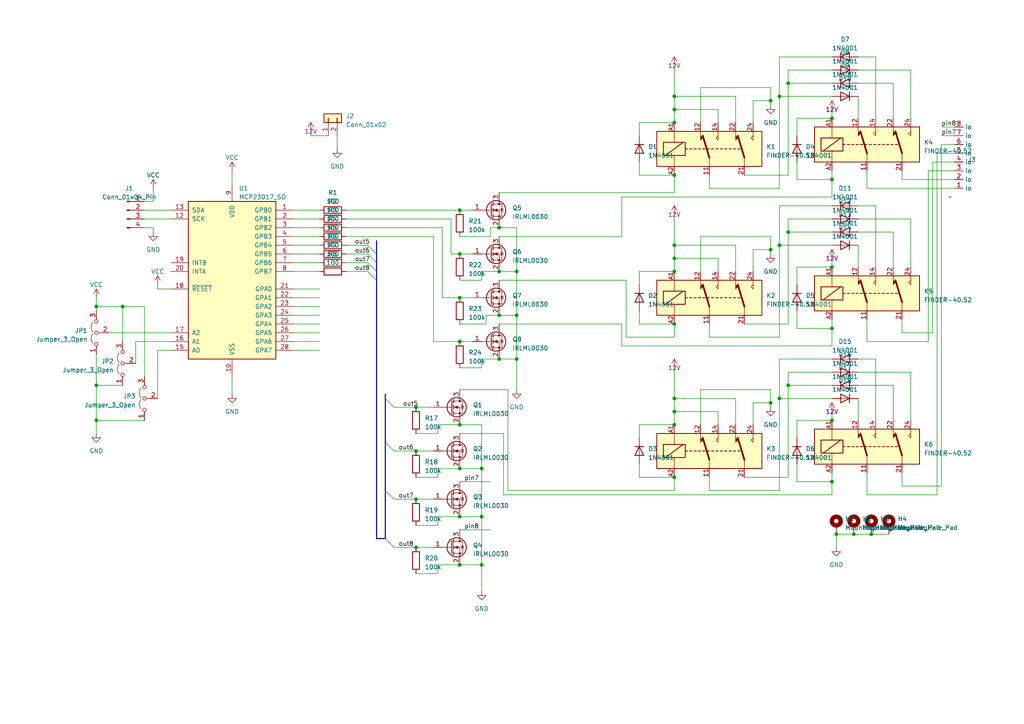
<source format=kicad_sch>
(kicad_sch (version 20230121) (generator eeschema)
  (paper "A4")
  (lib_symbols
    (symbol "Connector:Conn_01x04_Pin" (pin_names (offset 1.016) hide)
      (property "Reference" "J" (at 0 5.08 0))
      (property "Value" "Conn_01x04_Pin" (at 0 -7.62 0))
      (symbol "Conn_01x04_Pin_1_1"
        (pin passive line (at 5.08 2.54 180) (length 3.81) (name "Pin_1") (number "1"))
        (pin passive line (at 5.08 0 180) (length 3.81) (name "Pin_2") (number "2"))
        (pin passive line (at 5.08 -2.54 180) (length 3.81) (name "Pin_3") (number "3"))
        (pin passive line (at 5.08 -5.08 180) (length 3.81) (name "Pin_4") (number "4"))
      )
    )
    (symbol "Connector_Generic:Conn_01x02" (pin_names (offset 1.016) hide)
      (property "Reference" "J" (at 0 2.54 0))
      (property "Value" "Conn_01x02" (at 0 -5.08 0))
      (symbol "Conn_01x02_1_1"
        (pin passive line (at -5.08 0 0) (length 3.81) (name "Pin_1") (number "1"))
        (pin passive line (at -5.08 -2.54 0) (length 3.81) (name "Pin_2") (number "2"))
      )
    )
    (symbol "Device:R" (pin_numbers hide) (pin_names (offset 0))
      (property "Reference" "R" (at 2.032 0 90))
      (property "Value" "R" (at 0 0 90))
      (symbol "R_1_1"
        (pin passive line (at 0 3.81 270) (length 1.27) (name "~") (number "1"))
        (pin passive line (at 0 -3.81 90) (length 1.27) (name "~") (number "2"))
      )
    )
    (symbol "Diode:1N4001" (pin_numbers hide) (pin_names hide)
      (property "Reference" "D" (at 0 2.54 0))
      (property "Value" "1N4001" (at 0 -2.54 0))
      (symbol "1N4001_1_1"
        (pin passive line (at -3.81 0 0) (length 2.54) (name "K") (number "1"))
        (pin passive line (at 3.81 0 180) (length 2.54) (name "A") (number "2"))
      )
    )
    (symbol "Interface_Expansion:MCP23017_SO" (pin_names (offset 1.016))
      (property "Reference" "U" (at -11.43 24.13 0))
      (property "Value" "MCP23017_SO" (at 0 0 0))
      (symbol "MCP23017_SO_1_1"
        (pin bidirectional line (at 17.78 20.32 180) (length 5.08) (name "GPB0") (number "1"))
        (pin power_in line (at 0 -27.94 90) (length 5.08) (name "VSS") (number "10"))
        (pin no_connect line (at -12.7 15.24 0) (length 5.08) hide (name "NC") (number "11"))
        (pin input line (at -17.78 17.78 0) (length 5.08) (name "SCK") (number "12"))
        (pin bidirectional line (at -17.78 20.32 0) (length 5.08) (name "SDA") (number "13"))
        (pin no_connect line (at -12.7 12.7 0) (length 5.08) hide (name "NC") (number "14"))
        (pin input line (at -17.78 -20.32 0) (length 5.08) (name "A0") (number "15"))
        (pin input line (at -17.78 -17.78 0) (length 5.08) (name "A1") (number "16"))
        (pin input line (at -17.78 -15.24 0) (length 5.08) (name "A2") (number "17"))
        (pin input line (at -17.78 -2.54 0) (length 5.08) (name "~{RESET}") (number "18"))
        (pin tri_state line (at -17.78 5.08 0) (length 5.08) (name "INTB") (number "19"))
        (pin bidirectional line (at 17.78 17.78 180) (length 5.08) (name "GPB1") (number "2"))
        (pin tri_state line (at -17.78 2.54 0) (length 5.08) (name "INTA") (number "20"))
        (pin bidirectional line (at 17.78 -2.54 180) (length 5.08) (name "GPA0") (number "21"))
        (pin bidirectional line (at 17.78 -5.08 180) (length 5.08) (name "GPA1") (number "22"))
        (pin bidirectional line (at 17.78 -7.62 180) (length 5.08) (name "GPA2") (number "23"))
        (pin bidirectional line (at 17.78 -10.16 180) (length 5.08) (name "GPA3") (number "24"))
        (pin bidirectional line (at 17.78 -12.7 180) (length 5.08) (name "GPA4") (number "25"))
        (pin bidirectional line (at 17.78 -15.24 180) (length 5.08) (name "GPA5") (number "26"))
        (pin bidirectional line (at 17.78 -17.78 180) (length 5.08) (name "GPA6") (number "27"))
        (pin bidirectional line (at 17.78 -20.32 180) (length 5.08) (name "GPA7") (number "28"))
        (pin bidirectional line (at 17.78 15.24 180) (length 5.08) (name "GPB2") (number "3"))
        (pin bidirectional line (at 17.78 12.7 180) (length 5.08) (name "GPB3") (number "4"))
        (pin bidirectional line (at 17.78 10.16 180) (length 5.08) (name "GPB4") (number "5"))
        (pin bidirectional line (at 17.78 7.62 180) (length 5.08) (name "GPB5") (number "6"))
        (pin bidirectional line (at 17.78 5.08 180) (length 5.08) (name "GPB6") (number "7"))
        (pin bidirectional line (at 17.78 2.54 180) (length 5.08) (name "GPB7") (number "8"))
        (pin power_in line (at 0 27.94 270) (length 5.08) (name "VDD") (number "9"))
      )
    )
    (symbol "Jumper:Jumper_3_Open" (pin_names (offset 0) hide)
      (property "Reference" "JP" (at -2.54 -2.54 0))
      (property "Value" "Jumper_3_Open" (at 0 2.794 0))
      (symbol "Jumper_3_Open_1_1"
        (pin passive line (at -6.35 0 0) (length 2.54) (name "A") (number "1"))
        (pin passive line (at 0 -3.81 90) (length 2.54) (name "C") (number "2"))
        (pin passive line (at 6.35 0 180) (length 2.54) (name "B") (number "3"))
      )
    )
    (symbol "Mechanical:MountingHole_Pad" (pin_numbers hide) (pin_names (offset 1.016) hide)
      (property "Reference" "H" (at 0 6.35 0))
      (property "Value" "MountingHole_Pad" (at 0 4.445 0))
      (symbol "MountingHole_Pad_1_1"
        (pin input line (at 0 -2.54 90) (length 2.54) (name "1") (number "1"))
      )
    )
    (symbol "Relay:FINDER-40.52"
      (property "Reference" "K" (at 16.51 3.81 0))
      (property "Value" "FINDER-40.52" (at 16.51 1.27 0))
      (symbol "FINDER-40.52_1_1"
        (pin passive line (at 0 -7.62 90) (length 2.54) (name "~") (number "11"))
        (pin passive line (at -2.54 7.62 270) (length 2.54) (name "~") (number "12"))
        (pin passive line (at 2.54 7.62 270) (length 2.54) (name "~") (number "14"))
        (pin passive line (at 10.16 -7.62 90) (length 2.54) (name "~") (number "21"))
        (pin passive line (at 7.62 7.62 270) (length 2.54) (name "~") (number "22"))
        (pin passive line (at 12.7 7.62 270) (length 2.54) (name "~") (number "24"))
        (pin passive line (at -10.16 7.62 270) (length 2.54) (name "~") (number "A1"))
        (pin passive line (at -10.16 -7.62 90) (length 2.54) (name "~") (number "A2"))
      )
    )
    (symbol "Transistor_FET:IRLML0030" (pin_names hide)
      (property "Reference" "Q" (at 5.08 1.905 0))
      (property "Value" "IRLML0030" (at 5.08 0 0))
      (symbol "IRLML0030_1_1"
        (pin input line (at -5.08 0 0) (length 2.54) (name "G") (number "1"))
        (pin passive line (at 2.54 -5.08 90) (length 2.54) (name "S") (number "2"))
        (pin passive line (at 2.54 5.08 270) (length 2.54) (name "D") (number "3"))
      )
    )
    (symbol "parts_tma_1:AST041-8"
      (property "Reference" "J" (at 1.27 2.54 0))
      (symbol "AST041-8_1_1"
        (pin bidirectional line (at 0 0 180) (length 2.54) (name "io") (number "1"))
        (pin bidirectional line (at 0 -2.54 180) (length 2.54) (name "io") (number "2"))
        (pin bidirectional line (at 0 -5.08 180) (length 2.54) (name "io") (number "3"))
        (pin bidirectional line (at 0 -7.62 180) (length 2.54) (name "io") (number "4"))
        (pin bidirectional line (at 0 -10.16 180) (length 2.54) (name "io") (number "5"))
        (pin bidirectional line (at 0 -12.7 180) (length 2.54) (name "io") (number "6"))
        (pin bidirectional line (at 0 -15.24 180) (length 2.54) (name "io") (number "7"))
        (pin bidirectional line (at 0 -17.78 180) (length 2.54) (name "io") (number "8"))
      )
    )
    (symbol "power:GND" (power) (pin_names (offset 0))
      (property "Value" "GND" (at 0 -3.81 0))
      (symbol "GND_1_1"
        (pin power_in line (at 0 0 270) (length 0) hide (name "GND") (number "1"))
      )
    )
    (symbol "power:VCC" (power) (pin_names (offset 0))
      (property "Value" "VCC" (at 0 3.81 0))
      (symbol "VCC_1_1"
        (pin power_in line (at 0 0 90) (length 0) hide (name "VCC") (number "1"))
      )
    )
    (symbol "power:VCCQ" (power) (pin_names (offset 0))
      (property "Value" "VCCQ" (at 0 3.81 0))
      (symbol "VCCQ_1_1"
        (pin power_in line (at 0 0 90) (length 0) hide (name "VCCQ") (number "1"))
      )
    )
  )
  (junction (at 195.58 123.19))
  (junction (at 195.58 50.8))
  (junction (at 133.35 60.96))
  (junction (at 241.3 139.7))
  (junction (at 144.78 66.04))
  (junction (at 226.06 71.12))
  (junction (at 195.58 35.56))
  (junction (at 149.86 91.44))
  (junction (at 120.65 158.75))
  (junction (at 247.65 154.94))
  (junction (at 35.56 88.9))
  (junction (at 139.7 149.86))
  (junction (at 27.94 88.9))
  (junction (at 144.78 91.44))
  (junction (at 195.58 74.93))
  (junction (at 226.06 115.57))
  (junction (at 241.3 34.29))
  (junction (at 241.3 77.47))
  (junction (at 139.7 135.89))
  (junction (at 195.58 115.57))
  (junction (at 133.35 135.89))
  (junction (at 195.58 119.38))
  (junction (at 228.6 67.31))
  (junction (at 223.52 116.84))
  (junction (at 241.3 121.92))
  (junction (at 228.6 111.76))
  (junction (at 252.73 154.94))
  (junction (at 149.86 78.74))
  (junction (at 195.58 27.94))
  (junction (at 195.58 71.12))
  (junction (at 120.65 130.81))
  (junction (at 228.6 24.13))
  (junction (at 242.57 154.94))
  (junction (at 133.35 149.86))
  (junction (at 226.06 27.94))
  (junction (at 120.65 144.78))
  (junction (at 144.78 78.74))
  (junction (at 241.3 52.07))
  (junction (at 133.35 123.19))
  (junction (at 139.7 163.83))
  (junction (at 241.3 95.25))
  (junction (at 195.58 93.98))
  (junction (at 133.35 73.66))
  (junction (at 133.35 86.36))
  (junction (at 195.58 31.75))
  (junction (at 195.58 78.74))
  (junction (at 223.52 72.39))
  (junction (at 149.86 104.14))
  (junction (at 223.52 29.21))
  (junction (at 120.65 118.11))
  (junction (at 133.35 163.83))
  (junction (at 133.35 99.06))
  (junction (at 144.78 104.14))
  (junction (at 195.58 138.43))
  (junction (at 27.94 111.76))
  (junction (at 27.94 121.92))
  (bus_entry (at 111.76 156.21) (size 2.54 2.54))
  (bus_entry (at 106.68 73.66) (size 2.54 2.54))
  (bus_entry (at 111.76 142.24) (size 2.54 2.54))
  (bus_entry (at 111.76 115.57) (size 2.54 2.54))
  (bus_entry (at 106.68 76.2) (size 2.54 2.54))
  (bus_entry (at 106.68 71.12) (size 2.54 2.54))
  (bus_entry (at 106.68 78.74) (size 2.54 2.54))
  (bus_entry (at 111.76 128.27) (size 2.54 2.54))
  (wire (pts (xy 85.09 78.74) (xy 92.71 78.74)))
  (wire (pts (xy 241.3 63.5) (xy 228.6 63.5)))
  (wire (pts (xy 139.7 123.19) (xy 139.7 135.89)))
  (wire (pts (xy 228.6 63.5) (xy 228.6 67.31)))
  (wire (pts (xy 195.58 115.57) (xy 213.36 115.57)))
  (wire (pts (xy 27.94 102.87) (xy 27.94 111.76)))
  (wire (pts (xy 226.06 71.12) (xy 226.06 97.79)))
  (wire (pts (xy 44.45 54.61) (xy 44.45 58.42)))
  (wire (pts (xy 241.3 20.32) (xy 228.6 20.32)))
  (wire (pts (xy 231.14 46.99) (xy 231.14 52.07)))
  (wire (pts (xy 195.58 74.93) (xy 208.28 74.93)))
  (wire (pts (xy 259.08 111.76) (xy 248.92 111.76)))
  (wire (pts (xy 195.58 27.94) (xy 213.36 27.94)))
  (wire (pts (xy 228.6 111.76) (xy 228.6 138.43)))
  (wire (pts (xy 259.08 67.31) (xy 248.92 67.31)))
  (wire (pts (xy 203.2 68.58) (xy 223.52 68.58)))
  (bus (pts (xy 111.76 115.57) (xy 111.76 128.27)))
  (wire (pts (xy 254 104.14) (xy 254 121.92)))
  (wire (pts (xy 241.3 71.12) (xy 226.06 71.12)))
  (wire (pts (xy 241.3 92.71) (xy 241.3 95.25)))
  (wire (pts (xy 85.09 99.06) (xy 92.71 99.06)))
  (wire (pts (xy 31.75 96.52) (xy 49.53 96.52)))
  (wire (pts (xy 185.42 134.62) (xy 185.42 138.43)))
  (wire (pts (xy 241.3 119.38) (xy 241.3 121.92)))
  (wire (pts (xy 149.86 78.74) (xy 149.86 91.44)))
  (wire (pts (xy 248.92 63.5) (xy 264.16 63.5)))
  (wire (pts (xy 27.94 111.76) (xy 35.56 111.76)))
  (wire (pts (xy 120.65 118.11) (xy 125.73 118.11)))
  (wire (pts (xy 226.06 59.69) (xy 226.06 71.12)))
  (wire (pts (xy 231.14 90.17) (xy 231.14 95.25)))
  (wire (pts (xy 185.42 90.17) (xy 185.42 93.98)))
  (wire (pts (xy 271.78 44.45) (xy 271.78 143.51)))
  (wire (pts (xy 139.7 135.89) (xy 139.7 149.86)))
  (wire (pts (xy 139.7 149.86) (xy 133.35 149.86)))
  (wire (pts (xy 270.51 46.99) (xy 270.51 96.52)))
  (wire (pts (xy 205.74 97.79) (xy 226.06 97.79)))
  (wire (pts (xy 248.92 27.94) (xy 248.92 34.29)))
  (wire (pts (xy 120.65 138.43) (xy 127 138.43)))
  (wire (pts (xy 85.09 96.52) (xy 92.71 96.52)))
  (wire (pts (xy 241.3 143.51) (xy 241.3 139.7)))
  (wire (pts (xy 251.46 92.71) (xy 251.46 99.06)))
  (wire (pts (xy 195.58 19.05) (xy 195.58 27.94)))
  (wire (pts (xy 264.16 63.5) (xy 264.16 77.47)))
  (wire (pts (xy 241.3 16.51) (xy 226.06 16.51)))
  (wire (pts (xy 100.33 78.74) (xy 106.68 78.74)))
  (wire (pts (xy 85.09 83.82) (xy 92.71 83.82)))
  (wire (pts (xy 241.3 100.33) (xy 241.3 95.25)))
  (wire (pts (xy 27.94 121.92) (xy 41.91 121.92)))
  (wire (pts (xy 185.42 127) (xy 185.42 123.19)))
  (wire (pts (xy 231.14 77.47) (xy 241.3 77.47)))
  (wire (pts (xy 133.35 93.98) (xy 140.97 93.98)))
  (wire (pts (xy 195.58 106.68) (xy 195.58 115.57)))
  (wire (pts (xy 223.52 25.4) (xy 223.52 29.21)))
  (wire (pts (xy 139.7 163.83) (xy 139.7 149.86)))
  (wire (pts (xy 133.35 139.7) (xy 142.24 139.7)))
  (wire (pts (xy 276.86 46.99) (xy 270.51 46.99)))
  (wire (pts (xy 49.53 83.82) (xy 45.72 83.82)))
  (wire (pts (xy 127 123.19) (xy 133.35 123.19)))
  (wire (pts (xy 35.56 99.06) (xy 35.56 88.9)))
  (wire (pts (xy 139.7 104.14) (xy 144.78 104.14)))
  (wire (pts (xy 85.09 93.98) (xy 92.71 93.98)))
  (wire (pts (xy 218.44 116.84) (xy 223.52 116.84)))
  (wire (pts (xy 228.6 67.31) (xy 228.6 93.98)))
  (wire (pts (xy 114.3 144.78) (xy 120.65 144.78)))
  (wire (pts (xy 254 59.69) (xy 254 77.47)))
  (wire (pts (xy 133.35 113.03) (xy 147.32 113.03)))
  (wire (pts (xy 41.91 60.96) (xy 49.53 60.96)))
  (wire (pts (xy 127 149.86) (xy 133.35 149.86)))
  (wire (pts (xy 195.58 119.38) (xy 195.58 123.19)))
  (wire (pts (xy 90.17 39.37) (xy 90.17 38.1)))
  (wire (pts (xy 39.37 99.06) (xy 39.37 105.41)))
  (wire (pts (xy 127 152.4) (xy 127 149.86)))
  (wire (pts (xy 133.35 86.36) (xy 137.16 86.36)))
  (wire (pts (xy 261.62 140.97) (xy 273.05 140.97)))
  (wire (pts (xy 149.86 66.04) (xy 149.86 78.74)))
  (wire (pts (xy 49.53 101.6) (xy 45.72 101.6)))
  (wire (pts (xy 195.58 119.38) (xy 208.28 119.38)))
  (wire (pts (xy 100.33 63.5) (xy 130.81 63.5)))
  (wire (pts (xy 228.6 107.95) (xy 228.6 111.76)))
  (wire (pts (xy 185.42 78.74) (xy 195.58 78.74)))
  (wire (pts (xy 276.86 44.45) (xy 271.78 44.45)))
  (wire (pts (xy 144.78 93.98) (xy 180.34 93.98)))
  (wire (pts (xy 223.52 72.39) (xy 223.52 73.66)))
  (wire (pts (xy 248.92 104.14) (xy 254 104.14)))
  (wire (pts (xy 130.81 63.5) (xy 130.81 73.66)))
  (wire (pts (xy 251.46 54.61) (xy 276.86 54.61)))
  (wire (pts (xy 223.52 29.21) (xy 223.52 30.48)))
  (wire (pts (xy 208.28 74.93) (xy 208.28 78.74)))
  (wire (pts (xy 226.06 27.94) (xy 226.06 54.61)))
  (bus (pts (xy 109.22 73.66) (xy 109.22 76.2)))
  (wire (pts (xy 195.58 93.98) (xy 195.58 97.79)))
  (wire (pts (xy 241.3 74.93) (xy 241.3 77.47)))
  (wire (pts (xy 85.09 73.66) (xy 92.71 73.66)))
  (wire (pts (xy 44.45 66.04) (xy 44.45 67.31)))
  (wire (pts (xy 231.14 134.62) (xy 231.14 139.7)))
  (wire (pts (xy 45.72 101.6) (xy 45.72 115.57)))
  (wire (pts (xy 180.34 100.33) (xy 241.3 100.33)))
  (wire (pts (xy 149.86 91.44) (xy 149.86 104.14)))
  (wire (pts (xy 218.44 72.39) (xy 223.52 72.39)))
  (wire (pts (xy 213.36 71.12) (xy 213.36 78.74)))
  (wire (pts (xy 248.92 71.12) (xy 248.92 77.47)))
  (wire (pts (xy 144.78 66.04) (xy 149.86 66.04)))
  (wire (pts (xy 203.2 25.4) (xy 223.52 25.4)))
  (wire (pts (xy 242.57 154.94) (xy 242.57 158.75)))
  (wire (pts (xy 85.09 71.12) (xy 92.71 71.12)))
  (wire (pts (xy 261.62 49.53) (xy 261.62 52.07)))
  (wire (pts (xy 241.3 137.16) (xy 241.3 139.7)))
  (wire (pts (xy 133.35 68.58) (xy 142.24 68.58)))
  (wire (pts (xy 100.33 73.66) (xy 106.68 73.66)))
  (wire (pts (xy 241.3 31.75) (xy 241.3 34.29)))
  (wire (pts (xy 273.05 36.83) (xy 276.86 36.83)))
  (wire (pts (xy 269.24 49.53) (xy 276.86 49.53)))
  (wire (pts (xy 85.09 88.9) (xy 92.71 88.9)))
  (wire (pts (xy 41.91 88.9) (xy 35.56 88.9)))
  (wire (pts (xy 147.32 113.03) (xy 147.32 142.24)))
  (wire (pts (xy 85.09 66.04) (xy 92.71 66.04)))
  (wire (pts (xy 203.2 68.58) (xy 203.2 78.74)))
  (wire (pts (xy 273.05 39.37) (xy 276.86 39.37)))
  (wire (pts (xy 231.14 77.47) (xy 231.14 82.55)))
  (wire (pts (xy 27.94 86.36) (xy 27.94 88.9)))
  (wire (pts (xy 248.92 59.69) (xy 254 59.69)))
  (wire (pts (xy 248.92 20.32) (xy 264.16 20.32)))
  (wire (pts (xy 67.31 109.22) (xy 67.31 114.3)))
  (wire (pts (xy 114.3 158.75) (xy 120.65 158.75)))
  (wire (pts (xy 100.33 60.96) (xy 133.35 60.96)))
  (wire (pts (xy 252.73 154.94) (xy 257.81 154.94)))
  (wire (pts (xy 241.3 67.31) (xy 228.6 67.31)))
  (wire (pts (xy 218.44 29.21) (xy 218.44 35.56)))
  (wire (pts (xy 144.78 104.14) (xy 149.86 104.14)))
  (wire (pts (xy 85.09 76.2) (xy 92.71 76.2)))
  (wire (pts (xy 223.52 113.03) (xy 223.52 116.84)))
  (wire (pts (xy 273.05 41.91) (xy 276.86 41.91)))
  (wire (pts (xy 185.42 123.19) (xy 195.58 123.19)))
  (wire (pts (xy 133.35 106.68) (xy 139.7 106.68)))
  (wire (pts (xy 251.46 49.53) (xy 251.46 54.61)))
  (wire (pts (xy 241.3 104.14) (xy 226.06 104.14)))
  (wire (pts (xy 100.33 68.58) (xy 125.73 68.58)))
  (wire (pts (xy 195.58 115.57) (xy 195.58 119.38)))
  (wire (pts (xy 120.65 130.81) (xy 125.73 130.81)))
  (wire (pts (xy 127 125.73) (xy 127 123.19)))
  (wire (pts (xy 241.3 111.76) (xy 228.6 111.76)))
  (wire (pts (xy 27.94 121.92) (xy 27.94 125.73)))
  (wire (pts (xy 259.08 111.76) (xy 259.08 121.92)))
  (wire (pts (xy 251.46 99.06) (xy 269.24 99.06)))
  (wire (pts (xy 195.58 71.12) (xy 195.58 74.93)))
  (wire (pts (xy 208.28 31.75) (xy 208.28 35.56)))
  (wire (pts (xy 180.34 57.15) (xy 241.3 57.15)))
  (wire (pts (xy 133.35 73.66) (xy 137.16 73.66)))
  (wire (pts (xy 100.33 76.2) (xy 106.68 76.2)))
  (wire (pts (xy 114.3 118.11) (xy 120.65 118.11)))
  (wire (pts (xy 223.52 116.84) (xy 223.52 118.11)))
  (wire (pts (xy 185.42 35.56) (xy 195.58 35.56)))
  (wire (pts (xy 248.92 16.51) (xy 254 16.51)))
  (wire (pts (xy 205.74 50.8) (xy 205.74 54.61)))
  (wire (pts (xy 85.09 63.5) (xy 92.71 63.5)))
  (wire (pts (xy 213.36 115.57) (xy 213.36 123.19)))
  (wire (pts (xy 241.3 57.15) (xy 241.3 52.07)))
  (wire (pts (xy 185.42 50.8) (xy 195.58 50.8)))
  (wire (pts (xy 27.94 88.9) (xy 35.56 88.9)))
  (wire (pts (xy 125.73 99.06) (xy 133.35 99.06)))
  (bus (pts (xy 109.22 69.85) (xy 109.22 73.66)))
  (wire (pts (xy 147.32 142.24) (xy 195.58 142.24)))
  (wire (pts (xy 185.42 39.37) (xy 185.42 35.56)))
  (wire (pts (xy 264.16 20.32) (xy 264.16 34.29)))
  (wire (pts (xy 231.14 34.29) (xy 241.3 34.29)))
  (wire (pts (xy 203.2 113.03) (xy 223.52 113.03)))
  (wire (pts (xy 133.35 125.73) (xy 146.05 125.73)))
  (wire (pts (xy 85.09 60.96) (xy 92.71 60.96)))
  (wire (pts (xy 195.58 138.43) (xy 195.58 142.24)))
  (wire (pts (xy 195.58 50.8) (xy 195.58 55.88)))
  (wire (pts (xy 195.58 27.94) (xy 195.58 31.75)))
  (wire (pts (xy 180.34 68.58) (xy 180.34 57.15)))
  (wire (pts (xy 142.24 66.04) (xy 144.78 66.04)))
  (wire (pts (xy 180.34 93.98) (xy 180.34 100.33)))
  (wire (pts (xy 41.91 109.22) (xy 41.91 88.9)))
  (wire (pts (xy 146.05 125.73) (xy 146.05 143.51)))
  (wire (pts (xy 215.9 93.98) (xy 228.6 93.98)))
  (wire (pts (xy 195.58 74.93) (xy 195.58 78.74)))
  (wire (pts (xy 213.36 27.94) (xy 213.36 35.56)))
  (wire (pts (xy 133.35 60.96) (xy 137.16 60.96)))
  (wire (pts (xy 149.86 104.14) (xy 149.86 113.03)))
  (wire (pts (xy 85.09 86.36) (xy 92.71 86.36)))
  (bus (pts (xy 111.76 114.3) (xy 111.76 115.57)))
  (wire (pts (xy 133.35 123.19) (xy 139.7 123.19)))
  (wire (pts (xy 142.24 68.58) (xy 142.24 66.04)))
  (wire (pts (xy 127 163.83) (xy 133.35 163.83)))
  (wire (pts (xy 241.3 52.07) (xy 231.14 52.07)))
  (wire (pts (xy 140.97 91.44) (xy 144.78 91.44)))
  (wire (pts (xy 41.91 63.5) (xy 49.53 63.5)))
  (wire (pts (xy 27.94 111.76) (xy 27.94 121.92)))
  (bus (pts (xy 111.76 142.24) (xy 111.76 156.21)))
  (wire (pts (xy 185.42 138.43) (xy 195.58 138.43)))
  (wire (pts (xy 100.33 71.12) (xy 106.68 71.12)))
  (wire (pts (xy 205.74 138.43) (xy 205.74 142.24)))
  (wire (pts (xy 223.52 68.58) (xy 223.52 72.39)))
  (wire (pts (xy 139.7 171.45) (xy 139.7 163.83)))
  (wire (pts (xy 226.06 115.57) (xy 226.06 142.24)))
  (wire (pts (xy 203.2 25.4) (xy 203.2 35.56)))
  (wire (pts (xy 120.65 158.75) (xy 125.73 158.75)))
  (wire (pts (xy 195.58 62.23) (xy 195.58 71.12)))
  (wire (pts (xy 215.9 50.8) (xy 228.6 50.8)))
  (wire (pts (xy 95.25 39.37) (xy 90.17 39.37)))
  (wire (pts (xy 271.78 143.51) (xy 251.46 143.51)))
  (wire (pts (xy 139.7 163.83) (xy 133.35 163.83)))
  (wire (pts (xy 41.91 66.04) (xy 44.45 66.04)))
  (wire (pts (xy 259.08 67.31) (xy 259.08 77.47)))
  (wire (pts (xy 45.72 82.55) (xy 45.72 83.82)))
  (wire (pts (xy 128.27 86.36) (xy 133.35 86.36)))
  (wire (pts (xy 261.62 137.16) (xy 261.62 140.97)))
  (wire (pts (xy 228.6 20.32) (xy 228.6 24.13)))
  (wire (pts (xy 180.34 68.58) (xy 144.78 68.58)))
  (wire (pts (xy 144.78 91.44) (xy 149.86 91.44)))
  (wire (pts (xy 241.3 24.13) (xy 228.6 24.13)))
  (wire (pts (xy 261.62 92.71) (xy 261.62 96.52)))
  (wire (pts (xy 127 138.43) (xy 127 135.89)))
  (wire (pts (xy 27.94 88.9) (xy 27.94 90.17)))
  (wire (pts (xy 120.65 144.78) (xy 125.73 144.78)))
  (wire (pts (xy 242.57 154.94) (xy 247.65 154.94)))
  (wire (pts (xy 241.3 95.25) (xy 231.14 95.25)))
  (wire (pts (xy 203.2 113.03) (xy 203.2 123.19)))
  (wire (pts (xy 133.35 153.67) (xy 142.24 153.67)))
  (wire (pts (xy 231.14 34.29) (xy 231.14 39.37)))
  (wire (pts (xy 259.08 24.13) (xy 259.08 34.29)))
  (wire (pts (xy 215.9 138.43) (xy 228.6 138.43)))
  (wire (pts (xy 144.78 78.74) (xy 149.86 78.74)))
  (wire (pts (xy 85.09 101.6) (xy 92.71 101.6)))
  (wire (pts (xy 133.35 135.89) (xy 139.7 135.89)))
  (wire (pts (xy 49.53 99.06) (xy 39.37 99.06)))
  (wire (pts (xy 85.09 68.58) (xy 92.71 68.58)))
  (wire (pts (xy 208.28 119.38) (xy 208.28 123.19)))
  (wire (pts (xy 146.05 143.51) (xy 241.3 143.51)))
  (wire (pts (xy 228.6 24.13) (xy 228.6 50.8)))
  (wire (pts (xy 254 16.51) (xy 254 34.29)))
  (wire (pts (xy 120.65 166.37) (xy 127 166.37)))
  (wire (pts (xy 205.74 142.24) (xy 226.06 142.24)))
  (wire (pts (xy 259.08 24.13) (xy 248.92 24.13)))
  (wire (pts (xy 195.58 31.75) (xy 195.58 35.56)))
  (wire (pts (xy 241.3 59.69) (xy 226.06 59.69)))
  (wire (pts (xy 127 166.37) (xy 127 163.83)))
  (bus (pts (xy 109.22 156.21) (xy 111.76 156.21)))
  (bus (pts (xy 109.22 81.28) (xy 109.22 156.21)))
  (bus (pts (xy 109.22 78.74) (xy 109.22 81.28)))
  (wire (pts (xy 231.14 121.92) (xy 231.14 127)))
  (wire (pts (xy 205.74 93.98) (xy 205.74 97.79)))
  (wire (pts (xy 185.42 93.98) (xy 195.58 93.98)))
  (wire (pts (xy 120.65 152.4) (xy 127 152.4)))
  (wire (pts (xy 67.31 49.53) (xy 67.31 53.34)))
  (wire (pts (xy 181.61 81.28) (xy 181.61 97.79)))
  (wire (pts (xy 114.3 130.81) (xy 120.65 130.81)))
  (wire (pts (xy 127 135.89) (xy 133.35 135.89)))
  (wire (pts (xy 41.91 58.42) (xy 44.45 58.42)))
  (bus (pts (xy 109.22 76.2) (xy 109.22 78.74)))
  (wire (pts (xy 100.33 66.04) (xy 128.27 66.04)))
  (wire (pts (xy 251.46 137.16) (xy 251.46 143.51)))
  (wire (pts (xy 226.06 16.51) (xy 226.06 27.94)))
  (wire (pts (xy 139.7 78.74) (xy 144.78 78.74)))
  (wire (pts (xy 120.65 125.73) (xy 127 125.73)))
  (wire (pts (xy 241.3 139.7) (xy 231.14 139.7)))
  (wire (pts (xy 130.81 73.66) (xy 133.35 73.66)))
  (wire (pts (xy 218.44 29.21) (xy 223.52 29.21)))
  (wire (pts (xy 241.3 49.53) (xy 241.3 52.07)))
  (wire (pts (xy 181.61 97.79) (xy 195.58 97.79)))
  (wire (pts (xy 226.06 104.14) (xy 226.06 115.57)))
  (wire (pts (xy 139.7 81.28) (xy 139.7 78.74)))
  (wire (pts (xy 205.74 54.61) (xy 226.06 54.61)))
  (bus (pts (xy 111.76 128.27) (xy 111.76 142.24)))
  (wire (pts (xy 195.58 71.12) (xy 213.36 71.12)))
  (wire (pts (xy 195.58 55.88) (xy 144.78 55.88)))
  (wire (pts (xy 133.35 99.06) (xy 137.16 99.06)))
  (wire (pts (xy 139.7 106.68) (xy 139.7 104.14)))
  (wire (pts (xy 195.58 31.75) (xy 208.28 31.75)))
  (wire (pts (xy 128.27 66.04) (xy 128.27 86.36)))
  (wire (pts (xy 241.3 107.95) (xy 228.6 107.95)))
  (wire (pts (xy 97.79 39.37) (xy 97.79 43.18)))
  (wire (pts (xy 218.44 116.84) (xy 218.44 123.19)))
  (wire (pts (xy 248.92 107.95) (xy 264.16 107.95)))
  (wire (pts (xy 85.09 91.44) (xy 92.71 91.44)))
  (wire (pts (xy 231.14 121.92) (xy 241.3 121.92)))
  (wire (pts (xy 241.3 27.94) (xy 226.06 27.94)))
  (wire (pts (xy 264.16 107.95) (xy 264.16 121.92)))
  (wire (pts (xy 269.24 99.06) (xy 269.24 49.53)))
  (wire (pts (xy 248.92 115.57) (xy 248.92 121.92)))
  (wire (pts (xy 144.78 81.28) (xy 181.61 81.28)))
  (wire (pts (xy 241.3 115.57) (xy 226.06 115.57)))
  (wire (pts (xy 140.97 93.98) (xy 140.97 91.44)))
  (wire (pts (xy 133.35 81.28) (xy 139.7 81.28)))
  (wire (pts (xy 218.44 72.39) (xy 218.44 78.74)))
  (wire (pts (xy 270.51 96.52) (xy 261.62 96.52)))
  (wire (pts (xy 273.05 140.97) (xy 273.05 41.91)))
  (wire (pts (xy 185.42 46.99) (xy 185.42 50.8)))
  (wire (pts (xy 185.42 82.55) (xy 185.42 78.74)))
  (wire (pts (xy 247.65 154.94) (xy 252.73 154.94)))
  (wire (pts (xy 261.62 52.07) (xy 276.86 52.07)))
  (wire (pts (xy 125.73 68.58) (xy 125.73 99.06)))
  (label "out5" (at 102.87 71.12 0))
  (label "out8" (at 115.57 158.75 0))
  (label "out6" (at 102.87 73.66 0))
  (label "out6" (at 115.57 130.81 0))
  (label "out5" (at 116.84 118.11 0))
  (label "out7" (at 102.87 76.2 0))
  (label "pin7" (at 134.62 139.7 0))
  (label "pin8" (at 273.05 36.83 0))
  (label "pin7" (at 273.05 39.37 0))
  (label "out7" (at 115.57 144.78 0))
  (label "pin8" (at 134.62 153.67 0))
  (label "out8" (at 102.87 78.74 0))
  (symbol (lib_id "Diode:1N4001") (at 245.11 59.69 0) (unit 1)
    (property "Reference" "D11" (at 245.11 54.61 0))
    (property "Value" "1N4001" (at 245.11 57.15 0))
    (property "Footprint" "Diode_THT:D_DO-41_SOD81_P10.16mm_Horizontal" (effects hide))
    (property "Datasheet" "http://www.vishay.com/docs/88503/1n4001.pdf" (effects hide))
    (property "Sim.Device" "D" (effects hide))
    (property "Sim.Pins" "1=K 2=A" (effects hide))
  )
  (symbol (lib_id "Transistor_FET:IRLML0030") (at 130.81 144.78 0) (unit 1)
    (property "Reference" "Q3" (at 137.16 144.145 0) (effects (justify left)))
    (property "Value" "IRLML0030" (at 137.16 146.685 0) (effects (justify left)))
    (property "Footprint" "Package_TO_SOT_SMD:SOT-23" (effects hide))
    (property "Datasheet" "https://www.infineon.com/dgdl/irlml0030pbf.pdf?fileId=5546d462533600a401535664773825df" (effects hide))
  )
  (symbol (lib_id "Diode:1N4001") (at 245.11 16.51 0) (unit 1)
    (property "Reference" "D7" (at 245.11 11.43 0))
    (property "Value" "1N4001" (at 245.11 13.97 0))
    (property "Footprint" "Diode_THT:D_DO-41_SOD81_P10.16mm_Horizontal" (effects hide))
    (property "Datasheet" "http://www.vishay.com/docs/88503/1n4001.pdf" (effects hide))
    (property "Sim.Device" "D" (effects hide))
    (property "Sim.Pins" "1=K 2=A" (effects hide))
  )
  (symbol (lib_id "power:VCCQ") (at 195.58 62.23 0) (unit 1)
    (property "Reference" "#PWR013" (effects hide))
    (property "Value" "VCCQ" (effects hide))
    (property "U" "12V" (at 195.58 62.23 0))
  )
  (symbol (lib_id "power:VCC") (at 67.31 49.53 0) (unit 1)
    (property "Reference" "#PWR06" (effects hide))
    (property "Value" "VCC" (at 67.31 45.72 0))
  )
  (symbol (lib_id "power:GND") (at 223.52 30.48 0) (unit 1)
    (property "Reference" "#PWR015" (effects hide))
    (property "Value" "GND" (at 223.52 35.56 0))
  )
  (symbol (lib_id "Device:R") (at 96.52 68.58 90) (unit 1)
    (property "Reference" "R4" (at 96.52 63.5 90))
    (property "Value" "100" (at 96.52 66.04 90))
    (property "Footprint" "Resistor_SMD:R_1206_3216Metric_Pad1.30x1.75mm_HandSolder" (effects hide))
  )
  (symbol (lib_id "Relay:FINDER-40.52") (at 205.74 43.18 0) (unit 1)
    (property "Reference" "K1" (at 222.25 42.545 0) (effects (justify left)))
    (property "Value" "FINDER-40.52" (at 222.25 45.085 0) (effects (justify left)))
    (property "Footprint" "Relay_THT:Relay_DPDT_Finder_40.52" (effects hide))
    (property "Datasheet" "http://gfinder.findernet.com/assets/Series/353/S40EN.pdf" (effects hide))
  )
  (symbol (lib_id "power:GND") (at 27.94 125.73 0) (unit 1)
    (property "Reference" "#PWR02" (effects hide))
    (property "Value" "GND" (at 27.94 130.81 0))
  )
  (symbol (lib_id "Relay:FINDER-40.52") (at 205.74 130.81 0) (unit 1)
    (property "Reference" "K3" (at 222.25 130.175 0) (effects (justify left)))
    (property "Value" "FINDER-40.52" (at 222.25 132.715 0) (effects (justify left)))
    (property "Footprint" "Relay_THT:Relay_DPDT_Finder_40.52" (effects hide))
    (property "Datasheet" "http://gfinder.findernet.com/assets/Series/353/S40EN.pdf" (effects hide))
  )
  (symbol (lib_id "Device:R") (at 133.35 90.17 180) (unit 1)
    (property "Reference" "R23" (at 135.89 89.535 0) (effects (justify right)))
    (property "Value" "100k" (at 135.89 92.075 0) (effects (justify right)))
    (property "Footprint" "Resistor_SMD:R_1206_3216Metric_Pad1.30x1.75mm_HandSolder" (effects hide))
  )
  (symbol (lib_id "Device:R") (at 133.35 64.77 180) (unit 1)
    (property "Reference" "R21" (at 135.89 64.135 0) (effects (justify right)))
    (property "Value" "100k" (at 135.89 66.675 0) (effects (justify right)))
    (property "Footprint" "Resistor_SMD:R_1206_3216Metric_Pad1.30x1.75mm_HandSolder" (effects hide))
  )
  (symbol (lib_id "Transistor_FET:IRLML0030") (at 142.24 86.36 0) (unit 1)
    (property "Reference" "Q7" (at 148.59 85.725 0) (effects (justify left)))
    (property "Value" "IRLML0030" (at 148.59 88.265 0) (effects (justify left)))
    (property "Footprint" "Package_TO_SOT_SMD:SOT-23" (effects hide))
    (property "Datasheet" "https://www.infineon.com/dgdl/irlml0030pbf.pdf?fileId=5546d462533600a401535664773825df" (effects hide))
  )
  (symbol (lib_id "power:GND") (at 139.7 171.45 0) (unit 1)
    (property "Reference" "#PWR010" (effects hide))
    (property "Value" "GND" (at 139.7 176.53 0))
  )
  (symbol (lib_id "power:GND") (at 97.79 43.18 0) (unit 1)
    (property "Reference" "#PWR09" (effects hide))
    (property "Value" "GND" (at 97.79 48.26 0))
  )
  (symbol (lib_id "Diode:1N4001") (at 185.42 86.36 270) (unit 1)
    (property "Reference" "D2" (at 187.96 85.725 90) (effects (justify left)))
    (property "Value" "1N4001" (at 187.96 88.265 90) (effects (justify left)))
    (property "Footprint" "Diode_THT:D_DO-41_SOD81_P10.16mm_Horizontal" (effects hide))
    (property "Datasheet" "http://www.vishay.com/docs/88503/1n4001.pdf" (effects hide))
    (property "Sim.Device" "D" (effects hide))
    (property "Sim.Pins" "1=K 2=A" (effects hide))
  )
  (symbol (lib_id "Transistor_FET:IRLML0030") (at 142.24 73.66 0) (unit 1)
    (property "Reference" "Q6" (at 148.59 73.025 0) (effects (justify left)))
    (property "Value" "IRLML0030" (at 148.59 75.565 0) (effects (justify left)))
    (property "Footprint" "Package_TO_SOT_SMD:SOT-23" (effects hide))
    (property "Datasheet" "https://www.infineon.com/dgdl/irlml0030pbf.pdf?fileId=5546d462533600a401535664773825df" (effects hide))
  )
  (symbol (lib_id "Diode:1N4001") (at 245.11 20.32 180) (unit 1)
    (property "Reference" "D8" (at 245.11 15.24 0))
    (property "Value" "1N4001" (at 245.11 17.78 0))
    (property "Footprint" "Diode_THT:D_DO-41_SOD81_P10.16mm_Horizontal" (effects hide))
    (property "Datasheet" "http://www.vishay.com/docs/88503/1n4001.pdf" (effects hide))
    (property "Sim.Device" "D" (effects hide))
    (property "Sim.Pins" "1=K 2=A" (effects hide))
  )
  (symbol (lib_id "power:GND") (at 223.52 73.66 0) (unit 1)
    (property "Reference" "#PWR016" (effects hide))
    (property "Value" "GND" (at 223.52 78.74 0))
  )
  (symbol (lib_id "Diode:1N4001") (at 245.11 107.95 180) (unit 1)
    (property "Reference" "D16" (at 245.11 102.87 0))
    (property "Value" "1N4001" (at 245.11 105.41 0))
    (property "Footprint" "Diode_THT:D_DO-41_SOD81_P10.16mm_Horizontal" (effects hide))
    (property "Datasheet" "http://www.vishay.com/docs/88503/1n4001.pdf" (effects hide))
    (property "Sim.Device" "D" (effects hide))
    (property "Sim.Pins" "1=K 2=A" (effects hide))
  )
  (symbol (lib_id "Connector:Conn_01x04_Pin") (at 36.83 60.96 0) (unit 1)
    (property "Reference" "J1" (at 37.465 54.61 0))
    (property "Value" "Conn_01x04_Pin" (at 37.465 57.15 0))
    (property "Footprint" "Connector_PinHeader_2.54mm:PinHeader_1x04_P2.54mm_Vertical" (effects hide))
  )
  (symbol (lib_id "power:VCCQ") (at 241.3 31.75 0) (unit 1)
    (property "Reference" "#PWR018" (effects hide))
    (property "Value" "VCCQ" (effects hide))
    (property "U" "12V" (at 241.3 31.75 0))
  )
  (symbol (lib_id "Mechanical:MountingHole_Pad") (at 252.73 152.4 0) (unit 1)
    (property "Reference" "H3" (at 255.27 150.495 0) (effects (justify left)))
    (property "Value" "MountingHole_Pad" (at 255.27 153.035 0) (effects (justify left)))
    (property "Footprint" "MountingHole:MountingHole_3.2mm_M3_ISO7380_Pad_TopBottom" (effects hide))
  )
  (symbol (lib_id "Diode:1N4001") (at 245.11 104.14 0) (unit 1)
    (property "Reference" "D15" (at 245.11 99.06 0))
    (property "Value" "1N4001" (at 245.11 101.6 0))
    (property "Footprint" "Diode_THT:D_DO-41_SOD81_P10.16mm_Horizontal" (effects hide))
    (property "Datasheet" "http://www.vishay.com/docs/88503/1n4001.pdf" (effects hide))
    (property "Sim.Device" "D" (effects hide))
    (property "Sim.Pins" "1=K 2=A" (effects hide))
  )
  (symbol (lib_id "power:VCCQ") (at 241.3 119.38 0) (unit 1)
    (property "Reference" "#PWR020" (effects hide))
    (property "Value" "VCCQ" (effects hide))
    (property "U" "12V" (at 241.3 119.38 0))
  )
  (symbol (lib_id "power:GND") (at 149.86 113.03 0) (unit 1)
    (property "Reference" "#PWR011" (effects hide))
    (property "Value" "GND" (at 149.86 118.11 0))
  )
  (symbol (lib_id "power:VCCQ") (at 195.58 19.05 0) (unit 1)
    (property "Reference" "#PWR012" (effects hide))
    (property "Value" "VCCQ" (effects hide))
    (property "U" "12V" (at 195.58 19.05 0))
  )
  (symbol (lib_id "Device:R") (at 133.35 102.87 180) (unit 1)
    (property "Reference" "R24" (at 135.89 102.235 0) (effects (justify right)))
    (property "Value" "100k" (at 135.89 104.775 0) (effects (justify right)))
    (property "Footprint" "Resistor_SMD:R_1206_3216Metric_Pad1.30x1.75mm_HandSolder" (effects hide))
  )
  (symbol (lib_id "Device:R") (at 96.52 73.66 90) (unit 1)
    (property "Reference" "R6" (at 96.52 68.58 90))
    (property "Value" "100" (at 96.52 71.12 90))
    (property "Footprint" "Resistor_SMD:R_1206_3216Metric_Pad1.30x1.75mm_HandSolder" (effects hide))
  )
  (symbol (lib_id "power:GND") (at 44.45 67.31 0) (unit 1)
    (property "Reference" "#PWR04" (effects hide))
    (property "Value" "GND" (at 44.45 72.39 0))
  )
  (symbol (lib_id "Diode:1N4001") (at 245.11 24.13 0) (unit 1)
    (property "Reference" "D9" (at 245.11 19.05 0))
    (property "Value" "1N4001" (at 245.11 21.59 0))
    (property "Footprint" "Diode_THT:D_DO-41_SOD81_P10.16mm_Horizontal" (effects hide))
    (property "Datasheet" "http://www.vishay.com/docs/88503/1n4001.pdf" (effects hide))
    (property "Sim.Device" "D" (effects hide))
    (property "Sim.Pins" "1=K 2=A" (effects hide))
  )
  (symbol (lib_id "Diode:1N4001") (at 245.11 71.12 180) (unit 1)
    (property "Reference" "D14" (at 245.11 66.04 0))
    (property "Value" "1N4001" (at 245.11 68.58 0))
    (property "Footprint" "Diode_THT:D_DO-41_SOD81_P10.16mm_Horizontal" (effects hide))
    (property "Datasheet" "http://www.vishay.com/docs/88503/1n4001.pdf" (effects hide))
    (property "Sim.Device" "D" (effects hide))
    (property "Sim.Pins" "1=K 2=A" (effects hide))
  )
  (symbol (lib_id "Mechanical:MountingHole_Pad") (at 257.81 152.4 0) (unit 1)
    (property "Reference" "H4" (at 260.35 150.495 0) (effects (justify left)))
    (property "Value" "MountingHole_Pad" (at 260.35 153.035 0) (effects (justify left)))
    (property "Footprint" "MountingHole:MountingHole_3.2mm_M3_ISO7380_Pad_TopBottom" (effects hide))
  )
  (symbol (lib_id "Diode:1N4001") (at 231.14 130.81 270) (unit 1)
    (property "Reference" "D6" (at 233.68 130.175 90) (effects (justify left)))
    (property "Value" "1N4001" (at 233.68 132.715 90) (effects (justify left)))
    (property "Footprint" "Diode_THT:D_DO-41_SOD81_P10.16mm_Horizontal" (effects hide))
    (property "Datasheet" "http://www.vishay.com/docs/88503/1n4001.pdf" (effects hide))
    (property "Sim.Device" "D" (effects hide))
    (property "Sim.Pins" "1=K 2=A" (effects hide))
  )
  (symbol (lib_id "Transistor_FET:IRLML0030") (at 130.81 158.75 0) (unit 1)
    (property "Reference" "Q4" (at 137.16 158.115 0) (effects (justify left)))
    (property "Value" "IRLML0030" (at 137.16 160.655 0) (effects (justify left)))
    (property "Footprint" "Package_TO_SOT_SMD:SOT-23" (effects hide))
    (property "Datasheet" "https://www.infineon.com/dgdl/irlml0030pbf.pdf?fileId=5546d462533600a401535664773825df" (effects hide))
  )
  (symbol (lib_id "parts_tma_1:AST041-8") (at 276.86 54.61 180) (unit 1)
    (property "Reference" "J3" (at 280.67 46.355 0) (effects (justify right)))
    (property "Value" "~" (at 275.59 57.15 0))
    (property "Footprint" "parts_tma_1:AST041-08" (effects hide))
  )
  (symbol (lib_id "power:GND") (at 223.52 118.11 0) (unit 1)
    (property "Reference" "#PWR017" (effects hide))
    (property "Value" "GND" (at 223.52 123.19 0))
  )
  (symbol (lib_id "Mechanical:MountingHole_Pad") (at 247.65 152.4 0) (unit 1)
    (property "Reference" "H2" (at 250.19 150.495 0) (effects (justify left)))
    (property "Value" "MountingHole_Pad" (at 250.19 153.035 0) (effects (justify left)))
    (property "Footprint" "MountingHole:MountingHole_3.2mm_M3_ISO7380_Pad_TopBottom" (effects hide))
  )
  (symbol (lib_id "Device:R") (at 96.52 63.5 90) (unit 1)
    (property "Reference" "R2" (at 96.52 58.42 90))
    (property "Value" "100" (at 96.52 60.96 90))
    (property "Footprint" "Resistor_SMD:R_1206_3216Metric_Pad1.30x1.75mm_HandSolder" (effects hide))
  )
  (symbol (lib_id "power:GND") (at 67.31 114.3 0) (unit 1)
    (property "Reference" "#PWR07" (effects hide))
    (property "Value" "GND" (at 67.31 119.38 0))
  )
  (symbol (lib_id "power:VCC") (at 27.94 86.36 0) (unit 1)
    (property "Reference" "#PWR01" (effects hide))
    (property "Value" "VCC" (at 27.94 82.55 0))
  )
  (symbol (lib_id "power:VCCQ") (at 241.3 74.93 0) (unit 1)
    (property "Reference" "#PWR019" (effects hide))
    (property "Value" "VCCQ" (effects hide))
    (property "U" "12V" (at 241.3 74.93 0))
  )
  (symbol (lib_id "Jumper:Jumper_3_Open") (at 41.91 115.57 90) (unit 1)
    (property "Reference" "JP3" (at 39.37 114.935 90) (effects (justify left)))
    (property "Value" "Jumper_3_Open" (at 39.37 117.475 90) (effects (justify left)))
    (property "Footprint" "Connector_PinHeader_2.54mm:PinHeader_1x03_P2.54mm_Vertical" (effects hide))
  )
  (symbol (lib_id "Transistor_FET:IRLML0030") (at 130.81 130.81 0) (unit 1)
    (property "Reference" "Q2" (at 137.16 130.175 0) (effects (justify left)))
    (property "Value" "IRLML0030" (at 137.16 132.715 0) (effects (justify left)))
    (property "Footprint" "Package_TO_SOT_SMD:SOT-23" (effects hide))
    (property "Datasheet" "https://www.infineon.com/dgdl/irlml0030pbf.pdf?fileId=5546d462533600a401535664773825df" (effects hide))
  )
  (symbol (lib_id "Diode:1N4001") (at 245.11 63.5 180) (unit 1)
    (property "Reference" "D12" (at 245.11 58.42 0))
    (property "Value" "1N4001" (at 245.11 60.96 0))
    (property "Footprint" "Diode_THT:D_DO-41_SOD81_P10.16mm_Horizontal" (effects hide))
    (property "Datasheet" "http://www.vishay.com/docs/88503/1n4001.pdf" (effects hide))
    (property "Sim.Device" "D" (effects hide))
    (property "Sim.Pins" "1=K 2=A" (effects hide))
  )
  (symbol (lib_id "Device:R") (at 120.65 134.62 180) (unit 1)
    (property "Reference" "R18" (at 123.19 133.985 0) (effects (justify right)))
    (property "Value" "100k" (at 123.19 136.525 0) (effects (justify right)))
    (property "Footprint" "Resistor_SMD:R_1206_3216Metric_Pad1.30x1.75mm_HandSolder" (effects hide))
  )
  (symbol (lib_id "Relay:FINDER-40.52") (at 251.46 41.91 0) (unit 1)
    (property "Reference" "K4" (at 267.97 41.275 0) (effects (justify left)))
    (property "Value" "FINDER-40.52" (at 267.97 43.815 0) (effects (justify left)))
    (property "Footprint" "Relay_THT:Relay_DPDT_Finder_40.52" (effects hide))
    (property "Datasheet" "http://gfinder.findernet.com/assets/Series/353/S40EN.pdf" (effects hide))
  )
  (symbol (lib_id "Diode:1N4001") (at 185.42 43.18 270) (unit 1)
    (property "Reference" "D1" (at 187.96 42.545 90) (effects (justify left)))
    (property "Value" "1N4001" (at 187.96 45.085 90) (effects (justify left)))
    (property "Footprint" "Diode_THT:D_DO-41_SOD81_P10.16mm_Horizontal" (effects hide))
    (property "Datasheet" "http://www.vishay.com/docs/88503/1n4001.pdf" (effects hide))
    (property "Sim.Device" "D" (effects hide))
    (property "Sim.Pins" "1=K 2=A" (effects hide))
  )
  (symbol (lib_id "Device:R") (at 96.52 66.04 90) (unit 1)
    (property "Reference" "R3" (at 96.52 60.96 90))
    (property "Value" "100" (at 96.52 63.5 90))
    (property "Footprint" "Resistor_SMD:R_1206_3216Metric_Pad1.30x1.75mm_HandSolder" (effects hide))
  )
  (symbol (lib_id "Transistor_FET:IRLML0030") (at 142.24 60.96 0) (unit 1)
    (property "Reference" "Q5" (at 148.59 60.325 0) (effects (justify left)))
    (property "Value" "IRLML0030" (at 148.59 62.865 0) (effects (justify left)))
    (property "Footprint" "Package_TO_SOT_SMD:SOT-23" (effects hide))
    (property "Datasheet" "https://www.infineon.com/dgdl/irlml0030pbf.pdf?fileId=5546d462533600a401535664773825df" (effects hide))
  )
  (symbol (lib_id "Diode:1N4001") (at 245.11 27.94 180) (unit 1)
    (property "Reference" "D10" (at 245.11 22.86 0))
    (property "Value" "1N4001" (at 245.11 25.4 0))
    (property "Footprint" "Diode_THT:D_DO-41_SOD81_P10.16mm_Horizontal" (effects hide))
    (property "Datasheet" "http://www.vishay.com/docs/88503/1n4001.pdf" (effects hide))
    (property "Sim.Device" "D" (effects hide))
    (property "Sim.Pins" "1=K 2=A" (effects hide))
  )
  (symbol (lib_id "Diode:1N4001") (at 245.11 67.31 0) (unit 1)
    (property "Reference" "D13" (at 245.11 62.23 0))
    (property "Value" "1N4001" (at 245.11 64.77 0))
    (property "Footprint" "Diode_THT:D_DO-41_SOD81_P10.16mm_Horizontal" (effects hide))
    (property "Datasheet" "http://www.vishay.com/docs/88503/1n4001.pdf" (effects hide))
    (property "Sim.Device" "D" (effects hide))
    (property "Sim.Pins" "1=K 2=A" (effects hide))
  )
  (symbol (lib_id "power:VCC") (at 44.45 54.61 0) (unit 1)
    (property "Reference" "#PWR03" (effects hide))
    (property "Value" "VCC" (at 44.45 50.8 0))
  )
  (symbol (lib_id "Transistor_FET:IRLML0030") (at 130.81 118.11 0) (unit 1)
    (property "Reference" "Q1" (at 137.16 117.475 0) (effects (justify left)))
    (property "Value" "IRLML0030" (at 137.16 120.015 0) (effects (justify left)))
    (property "Footprint" "Package_TO_SOT_SMD:SOT-23" (effects hide))
    (property "Datasheet" "https://www.infineon.com/dgdl/irlml0030pbf.pdf?fileId=5546d462533600a401535664773825df" (effects hide))
  )
  (symbol (lib_id "Diode:1N4001") (at 245.11 111.76 0) (unit 1)
    (property "Reference" "D17" (at 245.11 106.68 0))
    (property "Value" "1N4001" (at 245.11 109.22 0))
    (property "Footprint" "Diode_THT:D_DO-41_SOD81_P10.16mm_Horizontal" (effects hide))
    (property "Datasheet" "http://www.vishay.com/docs/88503/1n4001.pdf" (effects hide))
    (property "Sim.Device" "D" (effects hide))
    (property "Sim.Pins" "1=K 2=A" (effects hide))
  )
  (symbol (lib_id "Relay:FINDER-40.52") (at 251.46 129.54 0) (unit 1)
    (property "Reference" "K6" (at 267.97 128.905 0) (effects (justify left)))
    (property "Value" "FINDER-40.52" (at 267.97 131.445 0) (effects (justify left)))
    (property "Footprint" "Relay_THT:Relay_DPDT_Finder_40.52" (effects hide))
    (property "Datasheet" "http://gfinder.findernet.com/assets/Series/353/S40EN.pdf" (effects hide))
  )
  (symbol (lib_id "power:VCCQ") (at 195.58 106.68 0) (unit 1)
    (property "Reference" "#PWR014" (effects hide))
    (property "Value" "VCCQ" (effects hide))
    (property "U" "12V" (at 195.58 106.68 0))
  )
  (symbol (lib_id "power:VCC") (at 45.72 82.55 0) (unit 1)
    (property "Reference" "#PWR05" (effects hide))
    (property "Value" "VCC" (at 45.72 78.74 0))
  )
  (symbol (lib_id "Device:R") (at 96.52 60.96 90) (unit 1)
    (property "Reference" "R1" (at 96.52 55.88 90))
    (property "Value" "100" (at 96.52 58.42 90))
    (property "Footprint" "Resistor_SMD:R_1206_3216Metric_Pad1.30x1.75mm_HandSolder" (effects hide))
  )
  (symbol (lib_id "Relay:FINDER-40.52") (at 205.74 86.36 0) (unit 1)
    (property "Reference" "K2" (at 222.25 85.725 0) (effects (justify left)))
    (property "Value" "FINDER-40.52" (at 222.25 88.265 0) (effects (justify left)))
    (property "Footprint" "Relay_THT:Relay_DPDT_Finder_40.52" (effects hide))
    (property "Datasheet" "http://gfinder.findernet.com/assets/Series/353/S40EN.pdf" (effects hide))
  )
  (symbol (lib_id "Device:R") (at 96.52 76.2 90) (unit 1)
    (property "Reference" "R7" (at 96.52 71.12 90))
    (property "Value" "100" (at 96.52 73.66 90))
    (property "Footprint" "Resistor_SMD:R_1206_3216Metric_Pad1.30x1.75mm_HandSolder" (effects hide))
  )
  (symbol (lib_id "Device:R") (at 96.52 78.74 90) (unit 1)
    (property "Reference" "R8" (at 96.52 73.66 90))
    (property "Value" "100" (at 96.52 76.2 90))
    (property "Footprint" "Resistor_SMD:R_1206_3216Metric_Pad1.30x1.75mm_HandSolder" (effects hide))
  )
  (symbol (lib_id "Device:R") (at 120.65 148.59 180) (unit 1)
    (property "Reference" "R19" (at 123.19 147.955 0) (effects (justify right)))
    (property "Value" "100k" (at 123.19 150.495 0) (effects (justify right)))
    (property "Footprint" "Resistor_SMD:R_1206_3216Metric_Pad1.30x1.75mm_HandSolder" (effects hide))
  )
  (symbol (lib_id "power:VCCQ") (at 90.17 38.1 0) (unit 1)
    (property "Reference" "#PWR08" (effects hide))
    (property "Value" "VCCQ" (effects hide))
    (property "U" "12V" (at 90.17 38.1 0))
  )
  (symbol (lib_id "power:GND") (at 242.57 158.75 0) (unit 1)
    (property "Reference" "#PWR021" (effects hide))
    (property "Value" "GND" (at 242.57 163.83 0))
  )
  (symbol (lib_id "Interface_Expansion:MCP23017_SO") (at 67.31 81.28 0) (unit 1)
    (property "Reference" "U1" (at 69.2659 54.61 0) (effects (justify left)))
    (property "Value" "MCP23017_SO" (at 69.2659 57.15 0) (effects (justify left)))
    (property "Footprint" "Package_SO:SOIC-28W_7.5x17.9mm_P1.27mm" (effects hide))
    (property "Datasheet" "http://ww1.microchip.com/downloads/en/DeviceDoc/20001952C.pdf" (effects hide))
  )
  (symbol (lib_id "Transistor_FET:IRLML0030") (at 142.24 99.06 0) (unit 1)
    (property "Reference" "Q8" (at 148.59 98.425 0) (effects (justify left)))
    (property "Value" "IRLML0030" (at 148.59 100.965 0) (effects (justify left)))
    (property "Footprint" "Package_TO_SOT_SMD:SOT-23" (effects hide))
    (property "Datasheet" "https://www.infineon.com/dgdl/irlml0030pbf.pdf?fileId=5546d462533600a401535664773825df" (effects hide))
  )
  (symbol (lib_id "Device:R") (at 96.52 71.12 90) (unit 1)
    (property "Reference" "R5" (at 96.52 66.04 90))
    (property "Value" "100" (at 96.52 68.58 90))
    (property "Footprint" "Resistor_SMD:R_1206_3216Metric_Pad1.30x1.75mm_HandSolder" (effects hide))
  )
  (symbol (lib_id "Connector_Generic:Conn_01x02") (at 95.25 34.29 90) (unit 1)
    (property "Reference" "J2" (at 100.33 33.655 90) (effects (justify right)))
    (property "Value" "Conn_01x02" (at 100.33 36.195 90) (effects (justify right)))
    (property "Footprint" "Connector_PinHeader_2.54mm:PinHeader_1x02_P2.54mm_Vertical" (effects hide))
  )
  (symbol (lib_id "Device:R") (at 120.65 162.56 180) (unit 1)
    (property "Reference" "R20" (at 123.19 161.925 0) (effects (justify right)))
    (property "Value" "100k" (at 123.19 164.465 0) (effects (justify right)))
    (property "Footprint" "Resistor_SMD:R_1206_3216Metric_Pad1.30x1.75mm_HandSolder" (effects hide))
  )
  (symbol (lib_id "Jumper:Jumper_3_Open") (at 27.94 96.52 90) (unit 1)
    (property "Reference" "JP1" (at 25.4 95.885 90) (effects (justify left)))
    (property "Value" "Jumper_3_Open" (at 25.4 98.425 90) (effects (justify left)))
    (property "Footprint" "Connector_PinHeader_2.54mm:PinHeader_1x03_P2.54mm_Vertical" (effects hide))
  )
  (symbol (lib_id "Jumper:Jumper_3_Open") (at 35.56 105.41 90) (unit 1)
    (property "Reference" "JP2" (at 33.02 104.775 90) (effects (justify left)))
    (property "Value" "Jumper_3_Open" (at 33.02 107.315 90) (effects (justify left)))
    (property "Footprint" "Connector_PinHeader_2.54mm:PinHeader_1x03_P2.54mm_Vertical" (effects hide))
  )
  (symbol (lib_id "Device:R") (at 133.35 77.47 180) (unit 1)
    (property "Reference" "R22" (at 135.89 76.835 0) (effects (justify right)))
    (property "Value" "100k" (at 135.89 79.375 0) (effects (justify right)))
    (property "Footprint" "Resistor_SMD:R_1206_3216Metric_Pad1.30x1.75mm_HandSolder" (effects hide))
  )
  (symbol (lib_id "Diode:1N4001") (at 231.14 43.18 270) (unit 1)
    (property "Reference" "D4" (at 233.68 42.545 90) (effects (justify left)))
    (property "Value" "1N4001" (at 233.68 45.085 90) (effects (justify left)))
    (property "Footprint" "Diode_THT:D_DO-41_SOD81_P10.16mm_Horizontal" (effects hide))
    (property "Datasheet" "http://www.vishay.com/docs/88503/1n4001.pdf" (effects hide))
    (property "Sim.Device" "D" (effects hide))
    (property "Sim.Pins" "1=K 2=A" (effects hide))
  )
  (symbol (lib_id "Mechanical:MountingHole_Pad") (at 242.57 152.4 0) (unit 1)
    (property "Reference" "H1" (at 245.11 150.495 0) (effects (justify left)))
    (property "Value" "MountingHole_Pad" (at 245.11 153.035 0) (effects (justify left)))
    (property "Footprint" "MountingHole:MountingHole_3.2mm_M3_ISO7380_Pad_TopBottom" (effects hide))
  )
  (symbol (lib_id "Relay:FINDER-40.52") (at 251.46 85.09 0) (unit 1)
    (property "Reference" "K5" (at 267.97 84.455 0) (effects (justify left)))
    (property "Value" "FINDER-40.52" (at 267.97 86.995 0) (effects (justify left)))
    (property "Footprint" "Relay_THT:Relay_DPDT_Finder_40.52" (effects hide))
    (property "Datasheet" "http://gfinder.findernet.com/assets/Series/353/S40EN.pdf" (effects hide))
  )
  (symbol (lib_id "Diode:1N4001") (at 231.14 86.36 270) (unit 1)
    (property "Reference" "D5" (at 233.68 85.725 90) (effects (justify left)))
    (property "Value" "1N4001" (at 233.68 88.265 90) (effects (justify left)))
    (property "Footprint" "Diode_THT:D_DO-41_SOD81_P10.16mm_Horizontal" (effects hide))
    (property "Datasheet" "http://www.vishay.com/docs/88503/1n4001.pdf" (effects hide))
    (property "Sim.Device" "D" (effects hide))
    (property "Sim.Pins" "1=K 2=A" (effects hide))
  )
  (symbol (lib_id "Diode:1N4001") (at 185.42 130.81 270) (unit 1)
    (property "Reference" "D3" (at 187.96 130.175 90) (effects (justify left)))
    (property "Value" "1N4001" (at 187.96 132.715 90) (effects (justify left)))
    (property "Footprint" "Diode_THT:D_DO-41_SOD81_P10.16mm_Horizontal" (effects hide))
    (property "Datasheet" "http://www.vishay.com/docs/88503/1n4001.pdf" (effects hide))
    (property "Sim.Device" "D" (effects hide))
    (property "Sim.Pins" "1=K 2=A" (effects hide))
  )
  (symbol (lib_id "Device:R") (at 120.65 121.92 180) (unit 1)
    (property "Reference" "R17" (at 123.19 121.285 0) (effects (justify right)))
    (property "Value" "100k" (at 123.19 123.825 0) (effects (justify right)))
    (property "Footprint" "Resistor_SMD:R_1206_3216Metric_Pad1.30x1.75mm_HandSolder" (effects hide))
  )
  (symbol (lib_id "Diode:1N4001") (at 245.11 115.57 180) (unit 1)
    (property "Reference" "D18" (at 245.11 110.49 0))
    (property "Value" "1N4001" (at 245.11 113.03 0))
    (property "Footprint" "Diode_THT:D_DO-41_SOD81_P10.16mm_Horizontal" (effects hide))
    (property "Datasheet" "http://www.vishay.com/docs/88503/1n4001.pdf" (effects hide))
    (property "Sim.Device" "D" (effects hide))
    (property "Sim.Pins" "1=K 2=A" (effects hide))
  )
)
</source>
